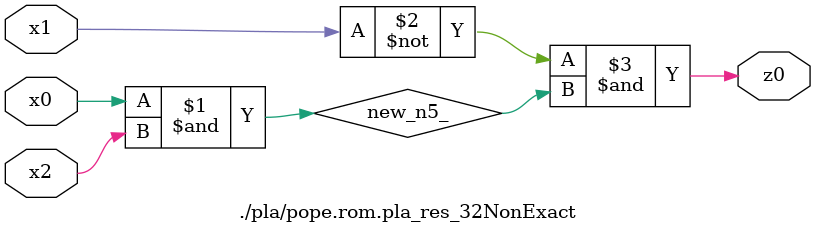
<source format=v>

module \./pla/pope.rom.pla_res_32NonExact  ( 
    x0, x1, x2,
    z0  );
  input  x0, x1, x2;
  output z0;
  wire new_n5_;
  assign new_n5_ = x0 & x2;
  assign z0 = ~x1 & new_n5_;
endmodule



</source>
